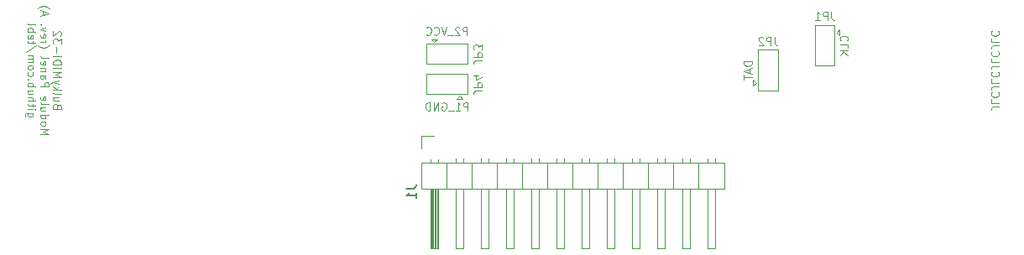
<source format=gbo>
G04 #@! TF.GenerationSoftware,KiCad,Pcbnew,(5.1.8)-1*
G04 #@! TF.CreationDate,2022-07-09T03:05:26+02:00*
G04 #@! TF.ProjectId,BulkyMIDI-32 Module Panel,42756c6b-794d-4494-9449-2d3332204d6f,rev?*
G04 #@! TF.SameCoordinates,Original*
G04 #@! TF.FileFunction,Legend,Bot*
G04 #@! TF.FilePolarity,Positive*
%FSLAX46Y46*%
G04 Gerber Fmt 4.6, Leading zero omitted, Abs format (unit mm)*
G04 Created by KiCad (PCBNEW (5.1.8)-1) date 2022-07-09 03:05:26*
%MOMM*%
%LPD*%
G01*
G04 APERTURE LIST*
%ADD10C,0.100000*%
%ADD11C,0.120000*%
%ADD12C,0.150000*%
G04 APERTURE END LIST*
D10*
X190423095Y-126544238D02*
X189851666Y-126544238D01*
X189737380Y-126582333D01*
X189661190Y-126658523D01*
X189623095Y-126772809D01*
X189623095Y-126849000D01*
X189623095Y-125782333D02*
X189623095Y-126163285D01*
X190423095Y-126163285D01*
X189699285Y-125058523D02*
X189661190Y-125096619D01*
X189623095Y-125210904D01*
X189623095Y-125287095D01*
X189661190Y-125401380D01*
X189737380Y-125477571D01*
X189813571Y-125515666D01*
X189965952Y-125553761D01*
X190080238Y-125553761D01*
X190232619Y-125515666D01*
X190308809Y-125477571D01*
X190385000Y-125401380D01*
X190423095Y-125287095D01*
X190423095Y-125210904D01*
X190385000Y-125096619D01*
X190346904Y-125058523D01*
X190423095Y-124487095D02*
X189851666Y-124487095D01*
X189737380Y-124525190D01*
X189661190Y-124601380D01*
X189623095Y-124715666D01*
X189623095Y-124791857D01*
X189623095Y-123725190D02*
X189623095Y-124106142D01*
X190423095Y-124106142D01*
X189699285Y-123001380D02*
X189661190Y-123039476D01*
X189623095Y-123153761D01*
X189623095Y-123229952D01*
X189661190Y-123344238D01*
X189737380Y-123420428D01*
X189813571Y-123458523D01*
X189965952Y-123496619D01*
X190080238Y-123496619D01*
X190232619Y-123458523D01*
X190308809Y-123420428D01*
X190385000Y-123344238D01*
X190423095Y-123229952D01*
X190423095Y-123153761D01*
X190385000Y-123039476D01*
X190346904Y-123001380D01*
X190423095Y-122429952D02*
X189851666Y-122429952D01*
X189737380Y-122468047D01*
X189661190Y-122544238D01*
X189623095Y-122658523D01*
X189623095Y-122734714D01*
X189623095Y-121668047D02*
X189623095Y-122049000D01*
X190423095Y-122049000D01*
X189699285Y-120944238D02*
X189661190Y-120982333D01*
X189623095Y-121096619D01*
X189623095Y-121172809D01*
X189661190Y-121287095D01*
X189737380Y-121363285D01*
X189813571Y-121401380D01*
X189965952Y-121439476D01*
X190080238Y-121439476D01*
X190232619Y-121401380D01*
X190308809Y-121363285D01*
X190385000Y-121287095D01*
X190423095Y-121172809D01*
X190423095Y-121096619D01*
X190385000Y-120982333D01*
X190346904Y-120944238D01*
X190423095Y-120372809D02*
X189851666Y-120372809D01*
X189737380Y-120410904D01*
X189661190Y-120487095D01*
X189623095Y-120601380D01*
X189623095Y-120677571D01*
X189623095Y-119610904D02*
X189623095Y-119991857D01*
X190423095Y-119991857D01*
X189699285Y-118887095D02*
X189661190Y-118925190D01*
X189623095Y-119039476D01*
X189623095Y-119115666D01*
X189661190Y-119229952D01*
X189737380Y-119306142D01*
X189813571Y-119344238D01*
X189965952Y-119382333D01*
X190080238Y-119382333D01*
X190232619Y-119344238D01*
X190308809Y-119306142D01*
X190385000Y-119229952D01*
X190423095Y-119115666D01*
X190423095Y-119039476D01*
X190385000Y-118925190D01*
X190346904Y-118887095D01*
X95457142Y-126487095D02*
X95419047Y-126372809D01*
X95380952Y-126334714D01*
X95304761Y-126296619D01*
X95190476Y-126296619D01*
X95114285Y-126334714D01*
X95076190Y-126372809D01*
X95038095Y-126449000D01*
X95038095Y-126753761D01*
X95838095Y-126753761D01*
X95838095Y-126487095D01*
X95800000Y-126410904D01*
X95761904Y-126372809D01*
X95685714Y-126334714D01*
X95609523Y-126334714D01*
X95533333Y-126372809D01*
X95495238Y-126410904D01*
X95457142Y-126487095D01*
X95457142Y-126753761D01*
X95571428Y-125610904D02*
X95038095Y-125610904D01*
X95571428Y-125953761D02*
X95152380Y-125953761D01*
X95076190Y-125915666D01*
X95038095Y-125839476D01*
X95038095Y-125725190D01*
X95076190Y-125649000D01*
X95114285Y-125610904D01*
X95038095Y-125115666D02*
X95076190Y-125191857D01*
X95152380Y-125229952D01*
X95838095Y-125229952D01*
X95038095Y-124810904D02*
X95838095Y-124810904D01*
X95342857Y-124734714D02*
X95038095Y-124506142D01*
X95571428Y-124506142D02*
X95266666Y-124810904D01*
X95571428Y-124239476D02*
X95038095Y-124049000D01*
X95571428Y-123858523D02*
X95038095Y-124049000D01*
X94847619Y-124125190D01*
X94809523Y-124163285D01*
X94771428Y-124239476D01*
X95038095Y-123553761D02*
X95838095Y-123553761D01*
X95266666Y-123287095D01*
X95838095Y-123020428D01*
X95038095Y-123020428D01*
X95038095Y-122639476D02*
X95838095Y-122639476D01*
X95038095Y-122258523D02*
X95838095Y-122258523D01*
X95838095Y-122068047D01*
X95800000Y-121953761D01*
X95723809Y-121877571D01*
X95647619Y-121839476D01*
X95495238Y-121801380D01*
X95380952Y-121801380D01*
X95228571Y-121839476D01*
X95152380Y-121877571D01*
X95076190Y-121953761D01*
X95038095Y-122068047D01*
X95038095Y-122258523D01*
X95038095Y-121458523D02*
X95838095Y-121458523D01*
X95342857Y-121077571D02*
X95342857Y-120468047D01*
X95838095Y-120163285D02*
X95838095Y-119668047D01*
X95533333Y-119934714D01*
X95533333Y-119820428D01*
X95495238Y-119744238D01*
X95457142Y-119706142D01*
X95380952Y-119668047D01*
X95190476Y-119668047D01*
X95114285Y-119706142D01*
X95076190Y-119744238D01*
X95038095Y-119820428D01*
X95038095Y-120049000D01*
X95076190Y-120125190D01*
X95114285Y-120163285D01*
X95761904Y-119363285D02*
X95800000Y-119325190D01*
X95838095Y-119249000D01*
X95838095Y-119058523D01*
X95800000Y-118982333D01*
X95761904Y-118944238D01*
X95685714Y-118906142D01*
X95609523Y-118906142D01*
X95495238Y-118944238D01*
X95038095Y-119401380D01*
X95038095Y-118906142D01*
X93738095Y-129306142D02*
X94538095Y-129306142D01*
X93966666Y-129039476D01*
X94538095Y-128772809D01*
X93738095Y-128772809D01*
X93738095Y-128277571D02*
X93776190Y-128353761D01*
X93814285Y-128391857D01*
X93890476Y-128429952D01*
X94119047Y-128429952D01*
X94195238Y-128391857D01*
X94233333Y-128353761D01*
X94271428Y-128277571D01*
X94271428Y-128163285D01*
X94233333Y-128087095D01*
X94195238Y-128049000D01*
X94119047Y-128010904D01*
X93890476Y-128010904D01*
X93814285Y-128049000D01*
X93776190Y-128087095D01*
X93738095Y-128163285D01*
X93738095Y-128277571D01*
X93738095Y-127325190D02*
X94538095Y-127325190D01*
X93776190Y-127325190D02*
X93738095Y-127401380D01*
X93738095Y-127553761D01*
X93776190Y-127629952D01*
X93814285Y-127668047D01*
X93890476Y-127706142D01*
X94119047Y-127706142D01*
X94195238Y-127668047D01*
X94233333Y-127629952D01*
X94271428Y-127553761D01*
X94271428Y-127401380D01*
X94233333Y-127325190D01*
X94271428Y-126601380D02*
X93738095Y-126601380D01*
X94271428Y-126944238D02*
X93852380Y-126944238D01*
X93776190Y-126906142D01*
X93738095Y-126829952D01*
X93738095Y-126715666D01*
X93776190Y-126639476D01*
X93814285Y-126601380D01*
X93738095Y-126106142D02*
X93776190Y-126182333D01*
X93852380Y-126220428D01*
X94538095Y-126220428D01*
X93776190Y-125496619D02*
X93738095Y-125572809D01*
X93738095Y-125725190D01*
X93776190Y-125801380D01*
X93852380Y-125839476D01*
X94157142Y-125839476D01*
X94233333Y-125801380D01*
X94271428Y-125725190D01*
X94271428Y-125572809D01*
X94233333Y-125496619D01*
X94157142Y-125458523D01*
X94080952Y-125458523D01*
X94004761Y-125839476D01*
X93738095Y-124506142D02*
X94538095Y-124506142D01*
X94538095Y-124201380D01*
X94500000Y-124125190D01*
X94461904Y-124087095D01*
X94385714Y-124049000D01*
X94271428Y-124049000D01*
X94195238Y-124087095D01*
X94157142Y-124125190D01*
X94119047Y-124201380D01*
X94119047Y-124506142D01*
X93738095Y-123363285D02*
X94157142Y-123363285D01*
X94233333Y-123401380D01*
X94271428Y-123477571D01*
X94271428Y-123629952D01*
X94233333Y-123706142D01*
X93776190Y-123363285D02*
X93738095Y-123439476D01*
X93738095Y-123629952D01*
X93776190Y-123706142D01*
X93852380Y-123744238D01*
X93928571Y-123744238D01*
X94004761Y-123706142D01*
X94042857Y-123629952D01*
X94042857Y-123439476D01*
X94080952Y-123363285D01*
X94271428Y-122982333D02*
X93738095Y-122982333D01*
X94195238Y-122982333D02*
X94233333Y-122944238D01*
X94271428Y-122868047D01*
X94271428Y-122753761D01*
X94233333Y-122677571D01*
X94157142Y-122639476D01*
X93738095Y-122639476D01*
X93776190Y-121953761D02*
X93738095Y-122029952D01*
X93738095Y-122182333D01*
X93776190Y-122258523D01*
X93852380Y-122296619D01*
X94157142Y-122296619D01*
X94233333Y-122258523D01*
X94271428Y-122182333D01*
X94271428Y-122029952D01*
X94233333Y-121953761D01*
X94157142Y-121915666D01*
X94080952Y-121915666D01*
X94004761Y-122296619D01*
X93738095Y-121458523D02*
X93776190Y-121534714D01*
X93852380Y-121572809D01*
X94538095Y-121572809D01*
X93433333Y-120315666D02*
X93471428Y-120353761D01*
X93585714Y-120429952D01*
X93661904Y-120468047D01*
X93776190Y-120506142D01*
X93966666Y-120544238D01*
X94119047Y-120544238D01*
X94309523Y-120506142D01*
X94423809Y-120468047D01*
X94500000Y-120429952D01*
X94614285Y-120353761D01*
X94652380Y-120315666D01*
X93738095Y-120010904D02*
X94271428Y-120010904D01*
X94119047Y-120010904D02*
X94195238Y-119972809D01*
X94233333Y-119934714D01*
X94271428Y-119858523D01*
X94271428Y-119782333D01*
X93776190Y-119210904D02*
X93738095Y-119287095D01*
X93738095Y-119439476D01*
X93776190Y-119515666D01*
X93852380Y-119553761D01*
X94157142Y-119553761D01*
X94233333Y-119515666D01*
X94271428Y-119439476D01*
X94271428Y-119287095D01*
X94233333Y-119210904D01*
X94157142Y-119172809D01*
X94080952Y-119172809D01*
X94004761Y-119553761D01*
X94271428Y-118906142D02*
X93738095Y-118715666D01*
X94271428Y-118525190D01*
X93814285Y-118220428D02*
X93776190Y-118182333D01*
X93738095Y-118220428D01*
X93776190Y-118258523D01*
X93814285Y-118220428D01*
X93738095Y-118220428D01*
X93966666Y-117268047D02*
X93966666Y-116887095D01*
X93738095Y-117344238D02*
X94538095Y-117077571D01*
X93738095Y-116810904D01*
X93433333Y-116620428D02*
X93471428Y-116582333D01*
X93585714Y-116506142D01*
X93661904Y-116468047D01*
X93776190Y-116429952D01*
X93966666Y-116391857D01*
X94119047Y-116391857D01*
X94309523Y-116429952D01*
X94423809Y-116468047D01*
X94500000Y-116506142D01*
X94614285Y-116582333D01*
X94652380Y-116620428D01*
X92971428Y-127172809D02*
X92323809Y-127172809D01*
X92247619Y-127210904D01*
X92209523Y-127249000D01*
X92171428Y-127325190D01*
X92171428Y-127439476D01*
X92209523Y-127515666D01*
X92476190Y-127172809D02*
X92438095Y-127249000D01*
X92438095Y-127401380D01*
X92476190Y-127477571D01*
X92514285Y-127515666D01*
X92590476Y-127553761D01*
X92819047Y-127553761D01*
X92895238Y-127515666D01*
X92933333Y-127477571D01*
X92971428Y-127401380D01*
X92971428Y-127249000D01*
X92933333Y-127172809D01*
X92438095Y-126791857D02*
X92971428Y-126791857D01*
X93238095Y-126791857D02*
X93200000Y-126829952D01*
X93161904Y-126791857D01*
X93200000Y-126753761D01*
X93238095Y-126791857D01*
X93161904Y-126791857D01*
X92971428Y-126525190D02*
X92971428Y-126220428D01*
X93238095Y-126410904D02*
X92552380Y-126410904D01*
X92476190Y-126372809D01*
X92438095Y-126296619D01*
X92438095Y-126220428D01*
X92438095Y-125953761D02*
X93238095Y-125953761D01*
X92438095Y-125610904D02*
X92857142Y-125610904D01*
X92933333Y-125649000D01*
X92971428Y-125725190D01*
X92971428Y-125839476D01*
X92933333Y-125915666D01*
X92895238Y-125953761D01*
X92971428Y-124887095D02*
X92438095Y-124887095D01*
X92971428Y-125229952D02*
X92552380Y-125229952D01*
X92476190Y-125191857D01*
X92438095Y-125115666D01*
X92438095Y-125001380D01*
X92476190Y-124925190D01*
X92514285Y-124887095D01*
X92438095Y-124506142D02*
X93238095Y-124506142D01*
X92933333Y-124506142D02*
X92971428Y-124429952D01*
X92971428Y-124277571D01*
X92933333Y-124201380D01*
X92895238Y-124163285D01*
X92819047Y-124125190D01*
X92590476Y-124125190D01*
X92514285Y-124163285D01*
X92476190Y-124201380D01*
X92438095Y-124277571D01*
X92438095Y-124429952D01*
X92476190Y-124506142D01*
X92514285Y-123782333D02*
X92476190Y-123744238D01*
X92438095Y-123782333D01*
X92476190Y-123820428D01*
X92514285Y-123782333D01*
X92438095Y-123782333D01*
X92476190Y-123058523D02*
X92438095Y-123134714D01*
X92438095Y-123287095D01*
X92476190Y-123363285D01*
X92514285Y-123401380D01*
X92590476Y-123439476D01*
X92819047Y-123439476D01*
X92895238Y-123401380D01*
X92933333Y-123363285D01*
X92971428Y-123287095D01*
X92971428Y-123134714D01*
X92933333Y-123058523D01*
X92438095Y-122601380D02*
X92476190Y-122677571D01*
X92514285Y-122715666D01*
X92590476Y-122753761D01*
X92819047Y-122753761D01*
X92895238Y-122715666D01*
X92933333Y-122677571D01*
X92971428Y-122601380D01*
X92971428Y-122487095D01*
X92933333Y-122410904D01*
X92895238Y-122372809D01*
X92819047Y-122334714D01*
X92590476Y-122334714D01*
X92514285Y-122372809D01*
X92476190Y-122410904D01*
X92438095Y-122487095D01*
X92438095Y-122601380D01*
X92438095Y-121991857D02*
X92971428Y-121991857D01*
X92895238Y-121991857D02*
X92933333Y-121953761D01*
X92971428Y-121877571D01*
X92971428Y-121763285D01*
X92933333Y-121687095D01*
X92857142Y-121649000D01*
X92438095Y-121649000D01*
X92857142Y-121649000D02*
X92933333Y-121610904D01*
X92971428Y-121534714D01*
X92971428Y-121420428D01*
X92933333Y-121344238D01*
X92857142Y-121306142D01*
X92438095Y-121306142D01*
X93276190Y-120353761D02*
X92247619Y-121039476D01*
X92971428Y-120201380D02*
X92971428Y-119896619D01*
X93238095Y-120087095D02*
X92552380Y-120087095D01*
X92476190Y-120049000D01*
X92438095Y-119972809D01*
X92438095Y-119896619D01*
X92476190Y-119325190D02*
X92438095Y-119401380D01*
X92438095Y-119553761D01*
X92476190Y-119629952D01*
X92552380Y-119668047D01*
X92857142Y-119668047D01*
X92933333Y-119629952D01*
X92971428Y-119553761D01*
X92971428Y-119401380D01*
X92933333Y-119325190D01*
X92857142Y-119287095D01*
X92780952Y-119287095D01*
X92704761Y-119668047D01*
X92438095Y-118944238D02*
X93238095Y-118944238D01*
X92933333Y-118944238D02*
X92971428Y-118868047D01*
X92971428Y-118715666D01*
X92933333Y-118639476D01*
X92895238Y-118601380D01*
X92819047Y-118563285D01*
X92590476Y-118563285D01*
X92514285Y-118601380D01*
X92476190Y-118639476D01*
X92438095Y-118715666D01*
X92438095Y-118868047D01*
X92476190Y-118944238D01*
X92438095Y-118106142D02*
X92476190Y-118182333D01*
X92552380Y-118220428D01*
X93238095Y-118220428D01*
D11*
X174040000Y-119039000D02*
X174340000Y-119339000D01*
X174340000Y-118739000D02*
X174340000Y-119339000D01*
X174040000Y-119039000D02*
X174340000Y-118739000D01*
X173840000Y-118289000D02*
X171840000Y-118289000D01*
X173840000Y-122389000D02*
X173840000Y-118289000D01*
X171840000Y-122389000D02*
X173840000Y-122389000D01*
X171840000Y-118289000D02*
X171840000Y-122389000D01*
X168125000Y-124869000D02*
X168125000Y-120769000D01*
X168125000Y-120769000D02*
X166125000Y-120769000D01*
X166125000Y-120769000D02*
X166125000Y-124869000D01*
X166125000Y-124869000D02*
X168125000Y-124869000D01*
X165925000Y-124119000D02*
X165625000Y-124419000D01*
X165625000Y-124419000D02*
X165625000Y-123819000D01*
X165925000Y-124119000D02*
X165625000Y-123819000D01*
X132140000Y-132163000D02*
X162740000Y-132163000D01*
X162740000Y-132163000D02*
X162740000Y-134823000D01*
X162740000Y-134823000D02*
X132140000Y-134823000D01*
X132140000Y-134823000D02*
X132140000Y-132163000D01*
X133090000Y-134823000D02*
X133090000Y-140823000D01*
X133090000Y-140823000D02*
X133850000Y-140823000D01*
X133850000Y-140823000D02*
X133850000Y-134823000D01*
X133150000Y-134823000D02*
X133150000Y-140823000D01*
X133270000Y-134823000D02*
X133270000Y-140823000D01*
X133390000Y-134823000D02*
X133390000Y-140823000D01*
X133510000Y-134823000D02*
X133510000Y-140823000D01*
X133630000Y-134823000D02*
X133630000Y-140823000D01*
X133750000Y-134823000D02*
X133750000Y-140823000D01*
X133090000Y-131833000D02*
X133090000Y-132163000D01*
X133850000Y-131833000D02*
X133850000Y-132163000D01*
X134740000Y-132163000D02*
X134740000Y-134823000D01*
X135630000Y-134823000D02*
X135630000Y-140823000D01*
X135630000Y-140823000D02*
X136390000Y-140823000D01*
X136390000Y-140823000D02*
X136390000Y-134823000D01*
X135630000Y-131765929D02*
X135630000Y-132163000D01*
X136390000Y-131765929D02*
X136390000Y-132163000D01*
X137280000Y-132163000D02*
X137280000Y-134823000D01*
X138170000Y-134823000D02*
X138170000Y-140823000D01*
X138170000Y-140823000D02*
X138930000Y-140823000D01*
X138930000Y-140823000D02*
X138930000Y-134823000D01*
X138170000Y-131765929D02*
X138170000Y-132163000D01*
X138930000Y-131765929D02*
X138930000Y-132163000D01*
X139820000Y-132163000D02*
X139820000Y-134823000D01*
X140710000Y-134823000D02*
X140710000Y-140823000D01*
X140710000Y-140823000D02*
X141470000Y-140823000D01*
X141470000Y-140823000D02*
X141470000Y-134823000D01*
X140710000Y-131765929D02*
X140710000Y-132163000D01*
X141470000Y-131765929D02*
X141470000Y-132163000D01*
X142360000Y-132163000D02*
X142360000Y-134823000D01*
X143250000Y-134823000D02*
X143250000Y-140823000D01*
X143250000Y-140823000D02*
X144010000Y-140823000D01*
X144010000Y-140823000D02*
X144010000Y-134823000D01*
X143250000Y-131765929D02*
X143250000Y-132163000D01*
X144010000Y-131765929D02*
X144010000Y-132163000D01*
X144900000Y-132163000D02*
X144900000Y-134823000D01*
X145790000Y-134823000D02*
X145790000Y-140823000D01*
X145790000Y-140823000D02*
X146550000Y-140823000D01*
X146550000Y-140823000D02*
X146550000Y-134823000D01*
X145790000Y-131765929D02*
X145790000Y-132163000D01*
X146550000Y-131765929D02*
X146550000Y-132163000D01*
X147440000Y-132163000D02*
X147440000Y-134823000D01*
X148330000Y-134823000D02*
X148330000Y-140823000D01*
X148330000Y-140823000D02*
X149090000Y-140823000D01*
X149090000Y-140823000D02*
X149090000Y-134823000D01*
X148330000Y-131765929D02*
X148330000Y-132163000D01*
X149090000Y-131765929D02*
X149090000Y-132163000D01*
X149980000Y-132163000D02*
X149980000Y-134823000D01*
X150870000Y-134823000D02*
X150870000Y-140823000D01*
X150870000Y-140823000D02*
X151630000Y-140823000D01*
X151630000Y-140823000D02*
X151630000Y-134823000D01*
X150870000Y-131765929D02*
X150870000Y-132163000D01*
X151630000Y-131765929D02*
X151630000Y-132163000D01*
X152520000Y-132163000D02*
X152520000Y-134823000D01*
X153410000Y-134823000D02*
X153410000Y-140823000D01*
X153410000Y-140823000D02*
X154170000Y-140823000D01*
X154170000Y-140823000D02*
X154170000Y-134823000D01*
X153410000Y-131765929D02*
X153410000Y-132163000D01*
X154170000Y-131765929D02*
X154170000Y-132163000D01*
X155060000Y-132163000D02*
X155060000Y-134823000D01*
X155950000Y-134823000D02*
X155950000Y-140823000D01*
X155950000Y-140823000D02*
X156710000Y-140823000D01*
X156710000Y-140823000D02*
X156710000Y-134823000D01*
X155950000Y-131765929D02*
X155950000Y-132163000D01*
X156710000Y-131765929D02*
X156710000Y-132163000D01*
X157600000Y-132163000D02*
X157600000Y-134823000D01*
X158490000Y-134823000D02*
X158490000Y-140823000D01*
X158490000Y-140823000D02*
X159250000Y-140823000D01*
X159250000Y-140823000D02*
X159250000Y-134823000D01*
X158490000Y-131765929D02*
X158490000Y-132163000D01*
X159250000Y-131765929D02*
X159250000Y-132163000D01*
X160140000Y-132163000D02*
X160140000Y-134823000D01*
X161030000Y-134823000D02*
X161030000Y-140823000D01*
X161030000Y-140823000D02*
X161790000Y-140823000D01*
X161790000Y-140823000D02*
X161790000Y-134823000D01*
X161030000Y-131765929D02*
X161030000Y-132163000D01*
X161790000Y-131765929D02*
X161790000Y-132163000D01*
X133470000Y-129453000D02*
X132200000Y-129453000D01*
X132200000Y-129453000D02*
X132200000Y-130723000D01*
X136040000Y-125446000D02*
X135740000Y-125746000D01*
X136340000Y-125746000D02*
X135740000Y-125746000D01*
X136040000Y-125446000D02*
X136340000Y-125746000D01*
X136790000Y-125246000D02*
X136790000Y-123246000D01*
X132690000Y-125246000D02*
X136790000Y-125246000D01*
X132690000Y-123246000D02*
X132690000Y-125246000D01*
X136790000Y-123246000D02*
X132690000Y-123246000D01*
X132690000Y-122198000D02*
X136790000Y-122198000D01*
X136790000Y-122198000D02*
X136790000Y-120198000D01*
X136790000Y-120198000D02*
X132690000Y-120198000D01*
X132690000Y-120198000D02*
X132690000Y-122198000D01*
X133440000Y-119998000D02*
X133140000Y-119698000D01*
X133140000Y-119698000D02*
X133740000Y-119698000D01*
X133440000Y-119998000D02*
X133740000Y-119698000D01*
D10*
X173506666Y-116949904D02*
X173506666Y-117521333D01*
X173544761Y-117635619D01*
X173620952Y-117711809D01*
X173735238Y-117749904D01*
X173811428Y-117749904D01*
X173125714Y-117749904D02*
X173125714Y-116949904D01*
X172820952Y-116949904D01*
X172744761Y-116988000D01*
X172706666Y-117026095D01*
X172668571Y-117102285D01*
X172668571Y-117216571D01*
X172706666Y-117292761D01*
X172744761Y-117330857D01*
X172820952Y-117368952D01*
X173125714Y-117368952D01*
X171906666Y-117749904D02*
X172363809Y-117749904D01*
X172135238Y-117749904D02*
X172135238Y-116949904D01*
X172211428Y-117064190D01*
X172287619Y-117140380D01*
X172363809Y-117178476D01*
X175125714Y-119862809D02*
X175163809Y-119824714D01*
X175201904Y-119710428D01*
X175201904Y-119634238D01*
X175163809Y-119519952D01*
X175087619Y-119443761D01*
X175011428Y-119405666D01*
X174859047Y-119367571D01*
X174744761Y-119367571D01*
X174592380Y-119405666D01*
X174516190Y-119443761D01*
X174440000Y-119519952D01*
X174401904Y-119634238D01*
X174401904Y-119710428D01*
X174440000Y-119824714D01*
X174478095Y-119862809D01*
X175201904Y-120586619D02*
X175201904Y-120205666D01*
X174401904Y-120205666D01*
X175201904Y-120853285D02*
X174401904Y-120853285D01*
X175201904Y-121310428D02*
X174744761Y-120967571D01*
X174401904Y-121310428D02*
X174859047Y-120853285D01*
X167791666Y-119489904D02*
X167791666Y-120061333D01*
X167829761Y-120175619D01*
X167905952Y-120251809D01*
X168020238Y-120289904D01*
X168096428Y-120289904D01*
X167410714Y-120289904D02*
X167410714Y-119489904D01*
X167105952Y-119489904D01*
X167029761Y-119528000D01*
X166991666Y-119566095D01*
X166953571Y-119642285D01*
X166953571Y-119756571D01*
X166991666Y-119832761D01*
X167029761Y-119870857D01*
X167105952Y-119908952D01*
X167410714Y-119908952D01*
X166648809Y-119566095D02*
X166610714Y-119528000D01*
X166534523Y-119489904D01*
X166344047Y-119489904D01*
X166267857Y-119528000D01*
X166229761Y-119566095D01*
X166191666Y-119642285D01*
X166191666Y-119718476D01*
X166229761Y-119832761D01*
X166686904Y-120289904D01*
X166191666Y-120289904D01*
X165486904Y-121961857D02*
X164686904Y-121961857D01*
X164686904Y-122152333D01*
X164725000Y-122266619D01*
X164801190Y-122342809D01*
X164877380Y-122380904D01*
X165029761Y-122419000D01*
X165144047Y-122419000D01*
X165296428Y-122380904D01*
X165372619Y-122342809D01*
X165448809Y-122266619D01*
X165486904Y-122152333D01*
X165486904Y-121961857D01*
X165258333Y-122723761D02*
X165258333Y-123104714D01*
X165486904Y-122647571D02*
X164686904Y-122914238D01*
X165486904Y-123180904D01*
X164686904Y-123333285D02*
X164686904Y-123790428D01*
X165486904Y-123561857D02*
X164686904Y-123561857D01*
D12*
X130652380Y-134774666D02*
X131366666Y-134774666D01*
X131509523Y-134727047D01*
X131604761Y-134631809D01*
X131652380Y-134488952D01*
X131652380Y-134393714D01*
X131652380Y-135774666D02*
X131652380Y-135203238D01*
X131652380Y-135488952D02*
X130652380Y-135488952D01*
X130795238Y-135393714D01*
X130890476Y-135298476D01*
X130938095Y-135203238D01*
D10*
X138226095Y-121864666D02*
X137654666Y-121864666D01*
X137540380Y-121902761D01*
X137464190Y-121978952D01*
X137426095Y-122093238D01*
X137426095Y-122169428D01*
X137426095Y-121483714D02*
X138226095Y-121483714D01*
X138226095Y-121178952D01*
X138188000Y-121102761D01*
X138149904Y-121064666D01*
X138073714Y-121026571D01*
X137959428Y-121026571D01*
X137883238Y-121064666D01*
X137845142Y-121102761D01*
X137807047Y-121178952D01*
X137807047Y-121483714D01*
X138226095Y-120759904D02*
X138226095Y-120264666D01*
X137921333Y-120531333D01*
X137921333Y-120417047D01*
X137883238Y-120340857D01*
X137845142Y-120302761D01*
X137768952Y-120264666D01*
X137578476Y-120264666D01*
X137502285Y-120302761D01*
X137464190Y-120340857D01*
X137426095Y-120417047D01*
X137426095Y-120645619D01*
X137464190Y-120721809D01*
X137502285Y-120759904D01*
X136854285Y-126893904D02*
X136854285Y-126093904D01*
X136549523Y-126093904D01*
X136473333Y-126132000D01*
X136435238Y-126170095D01*
X136397142Y-126246285D01*
X136397142Y-126360571D01*
X136435238Y-126436761D01*
X136473333Y-126474857D01*
X136549523Y-126512952D01*
X136854285Y-126512952D01*
X135635238Y-126893904D02*
X136092380Y-126893904D01*
X135863809Y-126893904D02*
X135863809Y-126093904D01*
X135940000Y-126208190D01*
X136016190Y-126284380D01*
X136092380Y-126322476D01*
X135482857Y-126970095D02*
X134873333Y-126970095D01*
X134263809Y-126132000D02*
X134340000Y-126093904D01*
X134454285Y-126093904D01*
X134568571Y-126132000D01*
X134644761Y-126208190D01*
X134682857Y-126284380D01*
X134720952Y-126436761D01*
X134720952Y-126551047D01*
X134682857Y-126703428D01*
X134644761Y-126779619D01*
X134568571Y-126855809D01*
X134454285Y-126893904D01*
X134378095Y-126893904D01*
X134263809Y-126855809D01*
X134225714Y-126817714D01*
X134225714Y-126551047D01*
X134378095Y-126551047D01*
X133882857Y-126893904D02*
X133882857Y-126093904D01*
X133425714Y-126893904D01*
X133425714Y-126093904D01*
X133044761Y-126893904D02*
X133044761Y-126093904D01*
X132854285Y-126093904D01*
X132740000Y-126132000D01*
X132663809Y-126208190D01*
X132625714Y-126284380D01*
X132587619Y-126436761D01*
X132587619Y-126551047D01*
X132625714Y-126703428D01*
X132663809Y-126779619D01*
X132740000Y-126855809D01*
X132854285Y-126893904D01*
X133044761Y-126893904D01*
X138226095Y-124912666D02*
X137654666Y-124912666D01*
X137540380Y-124950761D01*
X137464190Y-125026952D01*
X137426095Y-125141238D01*
X137426095Y-125217428D01*
X137426095Y-124531714D02*
X138226095Y-124531714D01*
X138226095Y-124226952D01*
X138188000Y-124150761D01*
X138149904Y-124112666D01*
X138073714Y-124074571D01*
X137959428Y-124074571D01*
X137883238Y-124112666D01*
X137845142Y-124150761D01*
X137807047Y-124226952D01*
X137807047Y-124531714D01*
X137959428Y-123388857D02*
X137426095Y-123388857D01*
X138264190Y-123579333D02*
X137692761Y-123769809D01*
X137692761Y-123274571D01*
X136778095Y-119273904D02*
X136778095Y-118473904D01*
X136473333Y-118473904D01*
X136397142Y-118512000D01*
X136359047Y-118550095D01*
X136320952Y-118626285D01*
X136320952Y-118740571D01*
X136359047Y-118816761D01*
X136397142Y-118854857D01*
X136473333Y-118892952D01*
X136778095Y-118892952D01*
X136016190Y-118550095D02*
X135978095Y-118512000D01*
X135901904Y-118473904D01*
X135711428Y-118473904D01*
X135635238Y-118512000D01*
X135597142Y-118550095D01*
X135559047Y-118626285D01*
X135559047Y-118702476D01*
X135597142Y-118816761D01*
X136054285Y-119273904D01*
X135559047Y-119273904D01*
X135406666Y-119350095D02*
X134797142Y-119350095D01*
X134720952Y-118473904D02*
X134454285Y-119273904D01*
X134187619Y-118473904D01*
X133463809Y-119197714D02*
X133501904Y-119235809D01*
X133616190Y-119273904D01*
X133692380Y-119273904D01*
X133806666Y-119235809D01*
X133882857Y-119159619D01*
X133920952Y-119083428D01*
X133959047Y-118931047D01*
X133959047Y-118816761D01*
X133920952Y-118664380D01*
X133882857Y-118588190D01*
X133806666Y-118512000D01*
X133692380Y-118473904D01*
X133616190Y-118473904D01*
X133501904Y-118512000D01*
X133463809Y-118550095D01*
X132663809Y-119197714D02*
X132701904Y-119235809D01*
X132816190Y-119273904D01*
X132892380Y-119273904D01*
X133006666Y-119235809D01*
X133082857Y-119159619D01*
X133120952Y-119083428D01*
X133159047Y-118931047D01*
X133159047Y-118816761D01*
X133120952Y-118664380D01*
X133082857Y-118588190D01*
X133006666Y-118512000D01*
X132892380Y-118473904D01*
X132816190Y-118473904D01*
X132701904Y-118512000D01*
X132663809Y-118550095D01*
M02*

</source>
